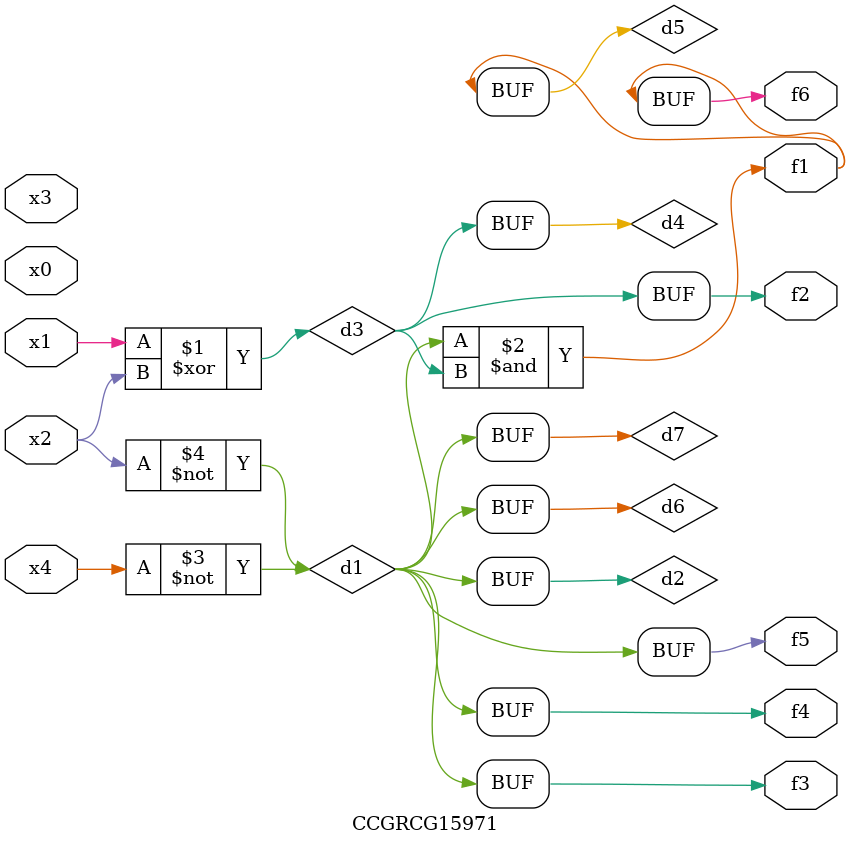
<source format=v>
module CCGRCG15971(
	input x0, x1, x2, x3, x4,
	output f1, f2, f3, f4, f5, f6
);

	wire d1, d2, d3, d4, d5, d6, d7;

	not (d1, x4);
	not (d2, x2);
	xor (d3, x1, x2);
	buf (d4, d3);
	and (d5, d1, d3);
	buf (d6, d1, d2);
	buf (d7, d2);
	assign f1 = d5;
	assign f2 = d4;
	assign f3 = d7;
	assign f4 = d7;
	assign f5 = d7;
	assign f6 = d5;
endmodule

</source>
